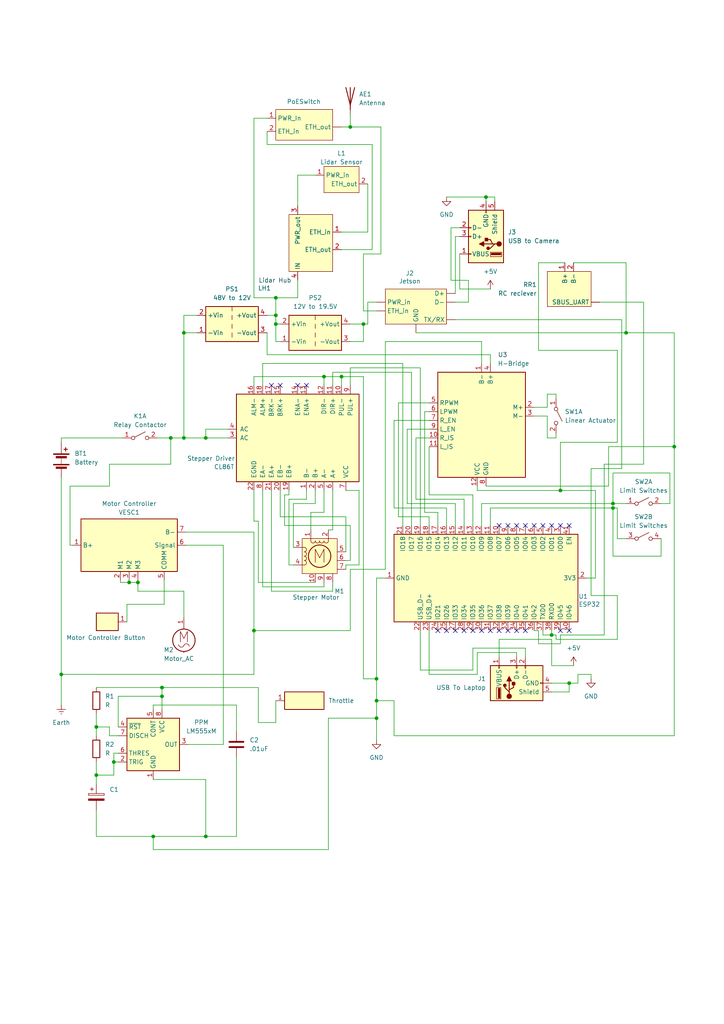
<source format=kicad_sch>
(kicad_sch (version 20250114) (generator "eeschema") (generator_version "9.0")
  (paper "A4" portrait)
  (lib_symbols
    (symbol "Connector:USB_A" (pin_names (offset 1.016))
      (property "Reference" "J" (at -5.08 11.43 0))
      (property "Value" "USB_A" (at -5.08 8.89 0))
      (symbol "USB_A_0_1"
        (rectangle (start -5.08 -7.62) (end 5.08 7.62) (stroke (width 0.254)) (fill (type background)))
        (circle (center -3.81 2.159) (radius 0.635) (stroke (width 0.254)) (fill (type outline)))
        (polyline (pts (xy -3.175 2.159) (xy -2.54 2.159) (xy -1.27 3.429) (xy -0.635 3.429)) (stroke (width 0.254)))
        (polyline (pts (xy -2.54 2.159) (xy -1.905 2.159) (xy -1.27 0.889) (xy 0 0.889)) (stroke (width 0.254)))
        (rectangle (start -1.524 4.826) (end -4.318 5.334) (fill (type outline)))
        (rectangle (start -1.27 4.572) (end -4.572 5.842))
        (circle (center -0.635 3.429) (radius 0.381) (stroke (width 0.254)) (fill (type outline)))
        (rectangle (start -0.127 -7.62) (end 0.127 -6.858))
        (rectangle (start 0.254 1.27) (end -0.508 0.508) (stroke (width 0.254)) (fill (type outline)))
        (polyline (pts (xy 0.635 2.794) (xy 0.635 1.524) (xy 1.905 2.159) (xy 0.635 2.794)) (stroke (width 0.254)) (fill (type outline)))
        (rectangle (start 5.08 4.953) (end 4.318 5.207))
        (rectangle (start 5.08 -0.127) (end 4.318 0.127))
        (rectangle (start 5.08 -2.667) (end 4.318 -2.413))
      )
      (symbol "USB_A_1_1"
        (polyline (pts (xy -1.905 2.159) (xy 0.635 2.159)) (stroke (width 0.254)))
        (pin passive line (at -2.54 -10.16 90) (length 2.54) (name "Shield") (number "5"))
        (pin power_in line (at 0 -10.16 90) (length 2.54) (name "GND") (number "4"))
        (pin power_in line (at 7.62 5.08 180) (length 2.54) (name "VBUS") (number "1"))
        (pin bidirectional line (at 7.62 0 180) (length 2.54) (name "D+") (number "3"))
        (pin bidirectional line (at 7.62 -2.54 180) (length 2.54) (name "D-") (number "2"))
      )
    )
    (symbol "Converter_DCDC:MEE1S0303SC"
      (property "Reference" "PS" (at -7.62 6.35 0))
      (property "Value" "MEE1S0303SC" (at 1.27 6.35 0))
      (symbol "MEE1S0303SC_0_0"
        (pin power_in line (at -10.16 2.54 0) (length 2.54) (name "+Vin") (number "2"))
        (pin power_in line (at -10.16 -2.54 0) (length 2.54) (name "-Vin") (number "1"))
        (pin power_out line (at 10.16 2.54 180) (length 2.54) (name "+Vout") (number "4"))
        (pin power_out line (at 10.16 -2.54 180) (length 2.54) (name "-Vout") (number "3"))
      )
      (symbol "MEE1S0303SC_0_1"
        (rectangle (start -7.62 5.08) (end 7.62 -5.08) (stroke (width 0.254)) (fill (type background)))
        (polyline (pts (xy 0 5.08) (xy 0 3.81)))
        (polyline (pts (xy 0 2.54) (xy 0 1.27)))
        (polyline (pts (xy 0 0) (xy 0 -1.27)))
        (polyline (pts (xy 0 -2.54) (xy 0 -3.81)))
      )
    )
    (symbol "Device:Antenna" (pin_numbers (hide yes)) (pin_names (offset 1.016) (hide yes))
      (property "Reference" "AE" (at -1.905 1.905 0))
      (property "Value" "Antenna" (at -1.905 0 0))
      (symbol "Antenna_0_1"
        (polyline (pts (xy 0 2.54) (xy 0 -3.81)) (stroke (width 0.254)))
        (polyline (pts (xy 1.27 2.54) (xy 0 -2.54) (xy -1.27 2.54)) (stroke (width 0.254)))
      )
      (symbol "Antenna_1_1"
        (pin input line (at 0 -5.08 90) (length 2.54) (name "A") (number "1"))
      )
    )
    (symbol "Device:Battery" (pin_numbers (hide yes)) (pin_names (offset 0) (hide yes))
      (property "Reference" "BT" (at 2.54 2.54 0))
      (property "Value" "Battery" (at 2.54 0 0))
      (symbol "Battery_0_1"
        (rectangle (start -2.286 1.778) (end 2.286 1.524) (fill (type outline)))
        (rectangle (start -2.286 -1.27) (end 2.286 -1.524) (fill (type outline)))
        (rectangle (start -1.524 1.016) (end 1.524 0.508) (fill (type outline)))
        (rectangle (start -1.524 -2.032) (end 1.524 -2.54) (fill (type outline)))
        (polyline (pts (xy 0 1.778) (xy 0 2.54)))
        (polyline (pts (xy 0 0) (xy 0 0.254)))
        (polyline (pts (xy 0 -0.508) (xy 0 -0.254)))
        (polyline (pts (xy 0 -1.016) (xy 0 -0.762)))
        (polyline (pts (xy 0.762 3.048) (xy 1.778 3.048)) (stroke (width 0.254)))
        (polyline (pts (xy 1.27 3.556) (xy 1.27 2.54)) (stroke (width 0.254)))
      )
      (symbol "Battery_1_1"
        (pin passive line (at 0 5.08 270) (length 2.54) (name "+") (number "1"))
        (pin passive line (at 0 -5.08 90) (length 2.54) (name "-") (number "2"))
      )
    )
    (symbol "Device:C" (pin_numbers (hide yes)) (pin_names (offset 0.254))
      (property "Reference" "C" (at 0.635 2.54 0))
      (property "Value" "C" (at 0.635 -2.54 0))
      (symbol "C_0_1"
        (polyline (pts (xy -2.032 0.762) (xy 2.032 0.762)) (stroke (width 0.508)))
        (polyline (pts (xy -2.032 -0.762) (xy 2.032 -0.762)) (stroke (width 0.508)))
      )
      (symbol "C_1_1"
        (pin passive line (at 0 3.81 270) (length 2.794) (name "~") (number "1"))
        (pin passive line (at 0 -3.81 90) (length 2.794) (name "~") (number "2"))
      )
    )
    (symbol "Device:C_Polarized" (pin_numbers (hide yes)) (pin_names (offset 0.254))
      (property "Reference" "C" (at 0.635 2.54 0))
      (property "Value" "C_Polarized" (at 0.635 -2.54 0))
      (symbol "C_Polarized_0_1"
        (rectangle (start -2.286 0.508) (end 2.286 1.016))
        (polyline (pts (xy -1.778 2.286) (xy -0.762 2.286)))
        (polyline (pts (xy -1.27 2.794) (xy -1.27 1.778)))
        (rectangle (start 2.286 -0.508) (end -2.286 -1.016) (fill (type outline)))
      )
      (symbol "C_Polarized_1_1"
        (pin passive line (at 0 3.81 270) (length 2.794) (name "~") (number "1"))
        (pin passive line (at 0 -3.81 90) (length 2.794) (name "~") (number "2"))
      )
    )
    (symbol "Device:R" (pin_numbers (hide yes)) (pin_names (offset 0))
      (property "Reference" "R" (at 2.032 0 90))
      (property "Value" "R" (at 0 0 90))
      (symbol "R_0_1"
        (rectangle (start -1.016 -2.54) (end 1.016 2.54) (stroke (width 0.254)))
      )
      (symbol "R_1_1"
        (pin passive line (at 0 3.81 270) (length 1.27) (name "~") (number "1"))
        (pin passive line (at 0 -3.81 90) (length 1.27) (name "~") (number "2"))
      )
    )
    (symbol "Driver_Motor:L298HN"
      (property "Value" "H-Bridge" (at 4.6833 17.78 0))
      (symbol "L298HN_0_1"
        (rectangle (start -12.7 15.24) (end 12.7 -15.24) (stroke (width 0.254)) (fill (type background)))
      )
      (symbol "L298HN_1_1"
        (text "U3" (at 6.096 20.32 0) (effects (font (size 1.27 1.27))))
        (pin input line (at -15.24 6.35 0) (length 2.54) (name "RPWM") (number "5"))
        (pin input line (at -15.24 3.81 0) (length 2.54) (name "LPWM") (number "6"))
        (pin input line (at -15.24 1.27 0) (length 2.54) (name "R_EN") (number "7"))
        (pin input line (at -15.24 -1.27 0) (length 2.54) (name "L_EN") (number "9"))
        (pin input line (at -15.24 -3.81 0) (length 2.54) (name "R_IS") (number "10"))
        (pin input line (at -15.24 -6.35 0) (length 2.54) (name "L_IS") (number "11"))
        (pin input line (at -1.27 -17.78 90) (length 2.54) (name "VCC") (number "12"))
        (pin power_in line (at 0 17.78 270) (length 2.54) (name "B-") (number "1"))
        (pin power_in line (at 1.27 -17.78 90) (length 2.54) (name "GND") (number "8"))
        (pin power_in line (at 2.54 17.78 270) (length 2.54) (name "B+") (number "4"))
        (pin output line (at 15.24 5.08 180) (length 2.54) (name "M+") (number "2"))
        (pin output line (at 15.24 2.54 180) (length 2.54) (name "M-") (number "3"))
      )
    )
    (symbol "Driver_Motor:STK672-040-E" (pin_names (offset 1.016))
      (property "Reference" "CL86T" (at 8.382 -21.336 90))
      (property "Value" "Stepper Driver" (at 5.9534 -25.146 90))
      (symbol "STK672-040-E_0_1"
        (rectangle (start -12.7 17.78) (end 12.7 -17.78) (stroke (width 0.254)) (fill (type background)))
      )
      (symbol "STK672-040-E_1_1"
        (pin input line (at -15.24 15.24 0) (length 2.54) (name "PUL+") (number "9"))
        (pin input line (at -15.24 12.7 0) (length 2.54) (name "PUL-") (number "10"))
        (pin input line (at -15.24 10.16 0) (length 2.54) (name "DIR+") (number "11"))
        (pin input line (at -15.24 7.62 0) (length 2.54) (name "DIR-") (number "12"))
        (pin input line (at -15.24 2.54 0) (length 2.54) (name "ENA+") (number "13"))
        (pin input line (at -15.24 0 0) (length 2.54) (name "ENA-") (number "14"))
        (pin output line (at -15.24 -5.08 0) (length 2.54) (name "BRK+") (number "15"))
        (pin output line (at -15.24 -7.62 0) (length 2.54) (name "BRK-") (number "17"))
        (pin output line (at -15.24 -10.16 0) (length 2.54) (name "ALM+") (number "18"))
        (pin output line (at -15.24 -12.7 0) (length 2.54) (name "ALM-") (number "16"))
        (pin power_in line (at -2.54 -20.32 90) (length 2.54) (name "AC") (number "4"))
        (pin power_in line (at 0 -20.32 90) (length 2.54) (name "AC") (number "3"))
        (pin power_in line (at 15.24 13.97 180) (length 2.54) (name "VCC") (number "7"))
        (pin output line (at 15.24 10.16 180) (length 2.54) (name "A+") (number "6"))
        (pin output line (at 15.24 7.62 180) (length 2.54) (name "A-") (number "5"))
        (pin output line (at 15.24 5.08 180) (length 2.54) (name "B+") (number "2"))
        (pin output line (at 15.24 2.54 180) (length 2.54) (name "B-") (number "1"))
        (pin output line (at 15.24 -2.54 180) (length 2.54) (name "EB+") (number "19"))
        (pin output line (at 15.24 -5.08 180) (length 2.54) (name "EB-") (number "20"))
        (pin output line (at 15.24 -7.62 180) (length 2.54) (name "EA+") (number "21"))
        (pin input line (at 15.24 -10.16 180) (length 2.54) (name "EA-") (number "8"))
        (pin power_out line (at 15.24 -12.7 180) (length 2.54) (name "EGND") (number "22"))
      )
    )
    (symbol "IEEE:Jetson"
      (property "Reference" "J2" (at 2.032 5.842 0))
      (property "Value" "Jetson" (at 2.032 3.556 0))
      (symbol "Jetson_0_1"
        (rectangle (start -5.08 1.27) (end 12.7 -8.89) (fill (type color) (color 255 255 194 1)))
      )
      (symbol "Jetson_1_1"
        (pin input line (at -7.62 -2.54 0) (length 2.54) (name "PWR_in") (number ""))
        (pin input line (at -7.62 -5.08 0) (length 2.54) (name "ETH_in") (number ""))
        (pin input line (at 3.81 -11.43 90) (length 2.54) (name "GND") (number ""))
        (pin input line (at 15.24 0 180) (length 2.54) (name "D+") (number ""))
        (pin input line (at 15.24 -2.54 180) (length 2.54) (name "D-") (number ""))
        (pin input line (at 15.24 -7.62 180) (length 2.54) (name "TX/RX") (number ""))
      )
    )
    (symbol "IEEE:Lidar_Sensor"
      (property "Reference" "L1" (at 1.27 7.62 0))
      (property "Value" "Lidar Sensor" (at 1.27 5.08 0))
      (symbol "Lidar_Sensor_1_1"
        (rectangle (start -3.81 3.81) (end 6.35 -3.81) (fill (type color) (color 255 255 194 1)))
        (pin input line (at -6.35 1.27 0) (length 2.54) (name "PWR_in") (number "1"))
        (pin input line (at 8.89 -1.27 180) (length 2.54) (name "ETH_out") (number "2"))
      )
    )
    (symbol "IEEE:Lidar_hub"
      (property "Reference" "LH1" (at -13.462 12.446 0))
      (symbol "Lidar_hub_0_1"
        (rectangle (start -6.35 7.62) (end 6.35 -8.89) (fill (type color) (color 255 255 194 1)))
      )
      (symbol "Lidar_hub_1_1"
        (text "Lidar Hub\n" (at -10.414 10.16 0) (effects (font (size 1.27 1.27))))
        (pin input line (at -3.81 10.16 270) (length 2.54) (name "IN") (number "4"))
        (pin output line (at -3.81 -11.43 90) (length 2.54) (name "PWR_out") (number "3"))
        (pin input line (at 8.89 1.27 180) (length 2.54) (name "ETH_out") (number "2"))
        (pin input line (at 8.89 -3.81 180) (length 2.54) (name "ETH_in") (number "1"))
      )
    )
    (symbol "IEEE:PoE_Switch"
      (property "Reference" "PoES" (at 0 0 0))
      (symbol "PoE_Switch_0_1"
        (rectangle (start -3.81 -2.54) (end 12.7 -11.43) (fill (type color) (color 255 255 194 1)))
      )
      (symbol "PoE_Switch_1_1"
        (pin output line (at -6.35 -5.08 0) (length 2.54) (name "PWR_In") (number "1"))
        (pin input line (at -6.35 -8.89 0) (length 2.54) (name "ETH_in") (number "2"))
        (pin input line (at 15.24 -7.62 180) (length 2.54) (name "ETH_out") (number ""))
      )
    )
    (symbol "IEEE:RC_Reciever"
      (property "Reference" "RR1" (at 11.43 -6.3499 0))
      (property "Value" "~" (at 11.43 -8.8899 0))
      (symbol "RC_Reciever_0_1"
        (rectangle (start -2.54 -2.54) (end 10.16 -12.7) (fill (type color) (color 255 255 194 1)))
      )
      (symbol "RC_Reciever_1_1"
        (pin input line (at 2.54 0 270) (length 2.54) (name "B+") (number "1"))
        (pin input line (at 5.08 0 270) (length 2.54) (name "B-") (number "2"))
        (pin input line (at 12.7 -11.43 180) (length 2.54) (name "SBUS_UART") (number ""))
      )
    )
    (symbol "IEEE:VESC_MC"
      (property "Reference" "VESC" (at -4.445 -3.81 0))
      (property "Value" "Motor Controller" (at -4.445 -6.35 0))
      (symbol "VESC_MC_0_1"
        (rectangle (start 9.525 13.335) (end -18.415 -1.905) (stroke (width 0.254)) (fill (type background)))
      )
      (symbol "VESC_MC_1_1"
        (pin bidirectional line (at -20.955 5.715 0) (length 2.54) (name "B+") (number "1"))
        (pin bidirectional line (at -6.985 15.875 270) (length 2.54) (name "M1") (number "2"))
        (pin bidirectional line (at -4.445 15.875 270) (length 2.54) (name "M2") (number "3"))
        (pin bidirectional line (at -1.905 15.875 270) (length 2.54) (name "M3") (number "4"))
        (pin bidirectional line (at 5.715 15.875 270) (length 2.54) (name "COMM") (number "5"))
        (pin bidirectional line (at 12.065 5.715 180) (length 2.54) (name "Signal") (number "6"))
        (pin bidirectional line (at 12.065 1.905 180) (length 2.54) (name "B-") (number "7"))
      )
    )
    (symbol "ITX0524SA_2"
      (property "Value" "Throttle" (at -1.905 3.81 0))
      (symbol "ITX0524SA_2_0_0"
        (pin no_connect line (at 7.62 0 180) (length 2.54) (hide yes) (name "NC") (number "8"))
      )
      (symbol "ITX0524SA_2_0_1"
        (rectangle (start -7.62 1.27) (end 3.81 -3.81) (stroke (width 0.254)) (fill (type background)))
      )
      (symbol "ITX0524SA_2_1_0"
        (pin power_in line (at -10.16 -1.27 0) (length 2.54) (name "") (number "1"))
      )
    )
    (symbol "ITX0524SA_3"
      (property "Value" "Motor Controller Button" (at -0.254 -1.27 0))
      (symbol "ITX0524SA_3_0_0"
        (pin no_connect line (at 7.62 0 180) (length 2.54) (hide yes) (name "NC") (number "8"))
      )
      (symbol "ITX0524SA_3_0_1"
        (rectangle (start -7.62 1.27) (end -1.27 -3.81) (stroke (width 0.254)) (fill (type background)))
      )
      (symbol "ITX0524SA_3_1_0"
        (pin power_in line (at -10.16 -1.27 0) (length 2.54) (name "") (number "1"))
      )
    )
    (symbol "Motor:Motor_AC" (pin_names (offset 0))
      (property "Reference" "M2" (at -13.462 0 0))
      (property "Value" "Motor_AC" (at -13.462 -2.54 0))
      (symbol "Motor_AC_0_0"
        (polyline (pts (xy -1.016 -2.032) (xy -1.016 1.016) (xy 0 -1.016) (xy 1.016 1.016) (xy 1.016 -2.032)))
        (arc (start 0 -3.048) (mid -0.8622 -3.5222) (end -1.524 -2.794))
        (arc (start 0 -3.048) (mid 0.8657 -2.5527) (end 1.524 -3.302))
      )
      (symbol "Motor_AC_0_1"
        (polyline (pts (xy 0 2.032) (xy 0 2.54)))
        (polyline (pts (xy 0 1.7272) (xy 0 2.0828)))
        (circle (center 0 -1.524) (radius 3.2512) (stroke (width 0.254)))
        (polyline (pts (xy 0 -4.7752) (xy 0 -5.1816)))
      )
      (symbol "Motor_AC_1_1"
        (pin passive line (at 0 5.08 270) (length 2.54) (name "~") (number "1"))
      )
    )
    (symbol "Motor:Stepper_Motor_bipolar" (pin_names (offset 0) (hide yes))
      (property "Reference" "M1" (at 5.334 -6.35 0))
      (property "Value" "Stepper Motor" (at 5.334 -8.89 0))
      (symbol "Stepper_Motor_bipolar_0_0"
        (polyline (pts (xy -1.27 -1.778) (xy -1.27 2.032) (xy 0 -0.508) (xy 1.27 2.032) (xy 1.27 -1.778)))
      )
      (symbol "Stepper_Motor_bipolar_0_1"
        (rectangle (start -5.08 5.08) (end 5.08 -5.08) (fill (type color) (color 255 255 194 1)))
        (polyline (pts (xy -5.08 2.54) (xy -4.445 2.54)))
        (polyline (pts (xy -5.08 -2.54) (xy -4.445 -2.54)))
        (arc (start -4.445 2.54) (mid -3.8127 1.905) (end -4.445 1.27))
        (arc (start -4.445 1.27) (mid -3.8127 0.635) (end -4.445 0))
        (arc (start -4.445 0) (mid -3.8127 -0.635) (end -4.445 -1.27))
        (arc (start -4.445 -1.27) (mid -3.8127 -1.905) (end -4.445 -2.54))
        (polyline (pts (xy -2.54 5.08) (xy -2.54 4.445)))
        (arc (start -1.27 4.445) (mid -1.905 3.8127) (end -2.54 4.445))
        (arc (start 0 4.445) (mid -0.635 3.8127) (end -1.27 4.445))
        (circle (center 0 0) (radius 3.2512) (stroke (width 0.254)))
        (arc (start 1.27 4.445) (mid 0.635 3.8127) (end 0 4.445))
        (arc (start 2.54 4.445) (mid 1.905 3.8127) (end 1.27 4.445))
        (polyline (pts (xy 2.54 5.08) (xy 2.54 4.445)))
      )
      (symbol "Stepper_Motor_bipolar_1_1"
        (pin passive line (at -7.62 2.54 0) (length 2.54) (name "~") (number "3"))
        (pin passive line (at -7.62 -2.54 0) (length 2.54) (name "~") (number "4"))
        (pin passive line (at -2.54 7.62 270) (length 2.54) (name "~") (number "1"))
        (pin output line (at -1.27 -7.62 90) (length 2.54) (name "") (number "10"))
        (pin output line (at 1.27 -7.62 90) (length 2.54) (name "") (number "9"))
        (pin passive line (at 2.54 7.62 270) (length 2.54) (name "-") (number "2"))
        (pin output line (at 3.81 -7.62 90) (length 2.54) (name "") (number "8"))
        (pin output line (at 7.62 1.27 180) (length 2.54) (name "") (number "5"))
        (pin output line (at 7.62 -1.27 180) (length 2.54) (name "") (number "6"))
        (pin output line (at 7.62 -3.81 180) (length 2.54) (name "") (number "7"))
      )
    )
    (symbol "RF_Module:ESP32-S2-WROVER"
      (property "Reference" "U" (at -12.7 29.21 0))
      (property "Value" "ESP32-S2-WROVER" (at 2.54 29.21 0))
      (symbol "ESP32-S2-WROVER_0_1"
        (rectangle (start -12.7 27.94) (end 12.7 -25.4) (stroke (width 0.254)) (fill (type background)))
      )
      (symbol "ESP32-S2-WROVER_1_1"
        (pin input line (at -15.24 25.4 0) (length 2.54) (name "EN") (number "41"))
        (pin bidirectional line (at -15.24 22.86 0) (length 2.54) (name "IO00") (number "3"))
        (pin bidirectional line (at -15.24 20.32 0) (length 2.54) (name "IO01") (number "4"))
        (pin bidirectional line (at -15.24 17.78 0) (length 2.54) (name "IO02") (number "5"))
        (pin bidirectional line (at -15.24 15.24 0) (length 2.54) (name "IO03") (number "6"))
        (pin bidirectional line (at -15.24 12.7 0) (length 2.54) (name "IO04") (number "7"))
        (pin bidirectional line (at -15.24 10.16 0) (length 2.54) (name "IO05") (number "8"))
        (pin bidirectional line (at -15.24 7.62 0) (length 2.54) (name "IO06") (number "9"))
        (pin bidirectional line (at -15.24 5.08 0) (length 2.54) (name "IO07") (number "10"))
        (pin bidirectional line (at -15.24 2.54 0) (length 2.54) (name "IO08") (number "11"))
        (pin bidirectional line (at -15.24 0 0) (length 2.54) (name "IO09") (number "12"))
        (pin bidirectional line (at -15.24 -2.54 0) (length 2.54) (name "IO10") (number "13"))
        (pin bidirectional line (at -15.24 -5.08 0) (length 2.54) (name "IO11") (number "14"))
        (pin bidirectional line (at -15.24 -7.62 0) (length 2.54) (name "IO12") (number "15"))
        (pin bidirectional line (at -15.24 -10.16 0) (length 2.54) (name "IO13") (number "16"))
        (pin bidirectional line (at -15.24 -12.7 0) (length 2.54) (name "IO14") (number "17"))
        (pin bidirectional line (at -15.24 -15.24 0) (length 2.54) (name "IO15") (number "18"))
        (pin bidirectional line (at -15.24 -17.78 0) (length 2.54) (name "IO16") (number "19"))
        (pin bidirectional line (at -15.24 -20.32 0) (length 2.54) (name "IO17") (number "20"))
        (pin bidirectional line (at -15.24 -22.86 0) (length 2.54) (name "IO18") (number "21"))
        (pin power_in line (at 0 30.48 270) (length 2.54) (name "3V3") (number "2"))
        (pin power_in line (at 0 -27.94 90) (length 2.54) (name "GND") (number "1"))
        (pin passive line (at 0 -27.94 90) (length 2.54) (hide yes) (name "GND") (number "26"))
        (pin passive line (at 0 -27.94 90) (length 2.54) (hide yes) (name "GND") (number "42"))
        (pin passive line (at 0 -27.94 90) (length 2.54) (hide yes) (name "GND") (number "43"))
        (pin input line (at 15.24 25.4 180) (length 2.54) (name "IO46") (number "40"))
        (pin bidirectional line (at 15.24 22.86 180) (length 2.54) (name "IO45") (number "39"))
        (pin bidirectional line (at 15.24 20.32 180) (length 2.54) (name "RXD0") (number "38"))
        (pin bidirectional line (at 15.24 17.78 180) (length 2.54) (name "TXD0") (number "37"))
        (pin bidirectional line (at 15.24 15.24 180) (length 2.54) (name "IO42") (number "36"))
        (pin bidirectional line (at 15.24 12.7 180) (length 2.54) (name "IO41") (number "35"))
        (pin bidirectional line (at 15.24 10.16 180) (length 2.54) (name "IO40") (number "34"))
        (pin bidirectional line (at 15.24 7.62 180) (length 2.54) (name "IO39") (number "33"))
        (pin bidirectional line (at 15.24 5.08 180) (length 2.54) (name "IO38") (number "32"))
        (pin bidirectional line (at 15.24 2.54 180) (length 2.54) (name "IO37") (number "31"))
        (pin bidirectional line (at 15.24 0 180) (length 2.54) (name "IO36") (number "30"))
        (pin bidirectional line (at 15.24 -2.54 180) (length 2.54) (name "IO35") (number "29"))
        (pin bidirectional line (at 15.24 -5.08 180) (length 2.54) (name "IO34") (number "28"))
        (pin bidirectional line (at 15.24 -7.62 180) (length 2.54) (name "IO33") (number "27"))
        (pin bidirectional line (at 15.24 -10.16 180) (length 2.54) (name "IO26") (number "25"))
        (pin bidirectional line (at 15.24 -12.7 180) (length 2.54) (name "IO21") (number "24"))
        (pin bidirectional line (at 15.24 -15.24 180) (length 2.54) (name "USB_D+") (number "23"))
        (pin bidirectional line (at 15.24 -17.78 180) (length 2.54) (name "USB_D-") (number "22"))
      )
    )
    (symbol "Switch:SW_DPST_x2" (pin_names (offset 0) (hide yes))
      (property "Reference" "SW" (at 0 3.175 0))
      (property "Value" "SW_DPST_x2" (at 0 -2.54 0))
      (symbol "SW_DPST_x2_0_0"
        (circle (center -2.032 0) (radius 0.508))
        (polyline (pts (xy -1.524 0.254) (xy 1.524 1.778)))
        (circle (center 2.032 0) (radius 0.508))
      )
      (symbol "SW_DPST_x2_1_1"
        (pin passive line (at -5.08 0 0) (length 2.54) (name "A") (number "1"))
        (pin passive line (at 5.08 0 180) (length 2.54) (name "B") (number "2"))
      )
      (symbol "SW_DPST_x2_2_1"
        (pin passive line (at -5.08 0 0) (length 2.54) (name "A") (number "3"))
        (pin passive line (at 5.08 0 180) (length 2.54) (name "B") (number "4"))
      )
    )
    (symbol "Timer:LM555xM"
      (property "Reference" "U" (at -10.16 8.89 0))
      (property "Value" "LM555xM" (at 2.54 8.89 0))
      (symbol "LM555xM_0_0"
        (pin power_in line (at 0 -10.16 90) (length 2.54) (name "GND") (number "1"))
        (pin power_in line (at 2.54 10.16 270) (length 2.54) (name "VCC") (number "8"))
      )
      (symbol "LM555xM_0_1"
        (rectangle (start -7.62 7.62) (end 7.62 -7.62) (stroke (width 0.254)) (fill (type background)))
      )
      (symbol "LM555xM_1_1"
        (pin input line (at -10.16 5.08 0) (length 2.54) (name "~{RST}") (number "4"))
        (pin input line (at -10.16 2.54 0) (length 2.54) (name "DISCH") (number "7"))
        (pin input line (at -10.16 -2.54 0) (length 2.54) (name "THRES") (number "6"))
        (pin input line (at -10.16 -5.08 0) (length 2.54) (name "TRIG") (number "2"))
        (pin open_collector line (at 0 10.16 270) (length 2.54) (name "CONT") (number "5"))
        (pin output line (at 10.16 0 180) (length 2.54) (name "OUT") (number "3"))
      )
    )
    (symbol "power:+5V" (power) (pin_numbers (hide yes)) (pin_names (offset 0) (hide yes))
      (property "Value" "+5V" (at 0 3.556 0))
      (symbol "+5V_0_1"
        (polyline (pts (xy -0.762 1.27) (xy 0 2.54)))
        (polyline (pts (xy 0 2.54) (xy 0.762 1.27)))
        (polyline (pts (xy 0 0) (xy 0 2.54)))
      )
      (symbol "+5V_1_1"
        (pin power_in line (at 0 0 90) (length 0) (name "~") (number "1"))
      )
    )
    (symbol "power:Earth" (power) (pin_numbers (hide yes)) (pin_names (offset 0) (hide yes))
      (property "Value" "Earth" (at 0 -3.81 0))
      (symbol "Earth_0_1"
        (polyline (pts (xy -0.635 -1.905) (xy 0.635 -1.905)))
        (polyline (pts (xy -0.127 -2.54) (xy 0.127 -2.54)))
        (polyline (pts (xy 0 -1.27) (xy 0 0)))
        (polyline (pts (xy 1.27 -1.27) (xy -1.27 -1.27)))
      )
      (symbol "Earth_1_1"
        (pin power_in line (at 0 0 270) (length 0) (name "~") (number "1"))
      )
    )
    (symbol "power:GND" (power) (pin_numbers (hide yes)) (pin_names (offset 0) (hide yes))
      (property "Value" "GND" (at 0 -3.81 0))
      (symbol "GND_0_1"
        (polyline (pts (xy 0 0) (xy 0 -1.27) (xy 1.27 -1.27) (xy 0 -2.54) (xy -1.27 -1.27) (xy 0 -1.27)))
      )
      (symbol "GND_1_1"
        (pin power_in line (at 0 0 270) (length 0) (name "~") (number "1"))
      )
    )
  )
  (junction (at 59.69 127))
  (junction (at 181.61 96.52))
  (junction (at 33.02 220.98))
  (junction (at 53.34 96.52))
  (junction (at 93.98 109.22))
  (junction (at 99.06 109.22))
  (junction (at 27.94 224.79))
  (junction (at 27.94 210.82))
  (junction (at 40.005 168.91))
  (junction (at 46.99 199.39))
  (junction (at 177.8 147.32))
  (junction (at 44.45 242.57))
  (junction (at 105.41 93.98))
  (junction (at 195.58 129.54))
  (junction (at 162.56 142.24))
  (junction (at 37.465 168.91))
  (junction (at 46.99 201.93))
  (junction (at 109.22 196.85))
  (junction (at 109.22 208.28))
  (junction (at 73.66 182.88))
  (junction (at 49.53 127))
  (junction (at 109.22 203.2))
  (junction (at 177.8 146.05))
  (junction (at 59.69 242.57))
  (junction (at 80.01 91.44))
  (junction (at 53.34 127))
  (junction (at 101.6 36.83))
  (junction (at 80.01 93.98))
  (junction (at 80.01 86.36))
  (junction (at 160.02 184.15))
  (junction (at 17.78 195.58))
  (junction (at 165.1 198.12))
  (junction (at 140.97 57.15))
  (no_connect (at 137.16 182.88))
  (no_connect (at 165.1 182.88))
  (no_connect (at 144.78 152.4))
  (no_connect (at 78.74 111.76))
  (no_connect (at 139.7 182.88))
  (no_connect (at 132.08 182.88))
  (no_connect (at 152.4 182.88))
  (no_connect (at 149.86 182.88))
  (no_connect (at 162.56 182.88))
  (no_connect (at 162.56 152.4))
  (no_connect (at 144.78 182.88))
  (no_connect (at 147.32 182.88))
  (no_connect (at 81.28 111.76))
  (no_connect (at 88.9 111.76))
  (no_connect (at 147.32 152.4))
  (no_connect (at 149.86 152.4))
  (no_connect (at 152.4 152.4))
  (no_connect (at 160.02 152.4))
  (no_connect (at 142.24 182.88))
  (no_connect (at 129.54 182.88))
  (no_connect (at 127 182.88))
  (no_connect (at 134.62 182.88))
  (no_connect (at 86.36 111.76))
  (no_connect (at 157.48 152.4))
  (no_connect (at 165.1 152.4))
  (no_connect (at 154.94 152.4))
  (wire (pts (xy 104.14 142.24) (xy 104.14 163.83)))
  (wire (pts (xy 160.02 184.15) (xy 160.02 182.88)))
  (wire (pts (xy 77.47 41.91) (xy 77.47 38.1)))
  (wire (pts (xy 111.76 167.64) (xy 109.22 167.64)))
  (wire (pts (xy 186.69 134.62) (xy 175.26 134.62)))
  (wire (pts (xy 110.49 36.83) (xy 101.6 36.83)))
  (wire (pts (xy 17.78 127) (xy 35.56 127)))
  (wire (pts (xy 163.83 76.2) (xy 156.21 76.2)))
  (wire (pts (xy 195.58 129.54) (xy 195.58 213.36)))
  (wire (pts (xy 101.6 182.88) (xy 73.66 182.88)))
  (wire (pts (xy 162.56 186.69) (xy 156.21 186.69)))
  (wire (pts (xy 77.47 102.87) (xy 77.47 96.52)))
  (wire (pts (xy 36.83 175.26) (xy 47.625 175.26)))
  (wire (pts (xy 138.43 189.23) (xy 149.86 189.23)))
  (wire (pts (xy 44.45 242.57) (xy 44.45 246.38)))
  (wire (pts (xy 74.93 199.39) (xy 46.99 199.39)))
  (wire (pts (xy 88.9 142.24) (xy 88.9 144.78)))
  (wire (pts (xy 175.26 134.62) (xy 175.26 184.15)))
  (wire (pts (xy 161.29 125.73) (xy 161.29 127)))
  (wire (pts (xy 161.29 184.15) (xy 160.02 184.15)))
  (wire (pts (xy 33.02 224.79) (xy 27.94 224.79)))
  (wire (pts (xy 33.02 220.98) (xy 33.02 224.79)))
  (wire (pts (xy 132.08 87.63) (xy 135.89 87.63)))
  (wire (pts (xy 86.36 59.69) (xy 86.36 50.8)))
  (wire (pts (xy 93.98 142.24) (xy 93.98 148.59)))
  (wire (pts (xy 73.66 154.305) (xy 53.975 154.305)))
  (wire (pts (xy 100.33 142.24) (xy 104.14 142.24)))
  (wire (pts (xy 73.66 195.58) (xy 73.66 182.88)))
  (wire (pts (xy 167.64 198.12) (xy 165.1 198.12)))
  (wire (pts (xy 179.07 156.21) (xy 179.07 147.32)))
  (wire (pts (xy 109.22 203.2) (xy 114.3 203.2)))
  (wire (pts (xy 49.53 127) (xy 53.34 127)))
  (wire (pts (xy 80.01 209.55) (xy 74.93 209.55)))
  (wire (pts (xy 132.08 146.05) (xy 132.08 152.4)))
  (wire (pts (xy 114.3 213.36) (xy 114.3 203.2)))
  (wire (pts (xy 105.41 93.98) (xy 106.68 93.98)))
  (wire (pts (xy 111.76 165.1) (xy 101.6 165.1)))
  (wire (pts (xy 179.07 147.32) (xy 177.8 147.32)))
  (wire (pts (xy 181.61 96.52) (xy 195.58 96.52)))
  (wire (pts (xy 180.34 135.89) (xy 171.45 135.89)))
  (wire (pts (xy 133.35 68.58) (xy 132.08 68.58)))
  (wire (pts (xy 73.66 142.24) (xy 73.66 151.13)))
  (wire (pts (xy 45.72 127) (xy 49.53 127)))
  (wire (pts (xy 83.82 143.51) (xy 82.55 143.51)))
  (wire (pts (xy 181.61 76.2) (xy 181.61 96.52)))
  (wire (pts (xy 93.98 109.22) (xy 99.06 109.22)))
  (wire (pts (xy 100.33 163.83) (xy 100.33 165.1)))
  (wire (pts (xy 80.01 99.06) (xy 81.28 99.06)))
  (wire (pts (xy 177.8 146.05) (xy 181.61 146.05)))
  (wire (pts (xy 73.66 195.58) (xy 17.78 195.58)))
  (wire (pts (xy 109.22 208.28) (xy 109.22 214.63)))
  (wire (pts (xy 172.72 167.64) (xy 170.18 167.64)))
  (wire (pts (xy 73.66 86.36) (xy 73.66 34.29)))
  (wire (pts (xy 137.16 194.31) (xy 137.16 187.96)))
  (wire (pts (xy 129.54 147.32) (xy 129.54 152.4)))
  (wire (pts (xy 76.2 142.24) (xy 76.2 170.18)))
  (wire (pts (xy 88.9 144.78) (xy 83.82 144.78)))
  (wire (pts (xy 140.97 140.97) (xy 176.53 140.97)))
  (wire (pts (xy 171.45 135.89) (xy 171.45 172.72)))
  (wire (pts (xy 133.35 83.82) (xy 142.24 83.82)))
  (wire (pts (xy 123.19 148.59) (xy 127 148.59)))
  (wire (pts (xy 115.57 116.84) (xy 115.57 149.86)))
  (wire (pts (xy 124.46 129.54) (xy 124.46 143.51)))
  (wire (pts (xy 191.77 146.05) (xy 194.31 146.05)))
  (wire (pts (xy 80.01 93.98) (xy 81.28 93.98)))
  (wire (pts (xy 120.65 144.78) (xy 134.62 144.78)))
  (wire (pts (xy 74.93 209.55) (xy 74.93 199.39)))
  (wire (pts (xy 57.15 91.44) (xy 53.34 91.44)))
  (wire (pts (xy 109.22 90.17) (xy 105.41 90.17)))
  (wire (pts (xy 158.75 118.11) (xy 158.75 114.3)))
  (wire (pts (xy 73.66 182.88) (xy 73.66 154.305)))
  (wire (pts (xy 160.02 193.04) (xy 166.37 193.04)))
  (wire (pts (xy 34.925 168.91) (xy 34.925 168.275)))
  (wire (pts (xy 124.46 119.38) (xy 123.19 119.38)))
  (wire (pts (xy 118.11 146.05) (xy 132.08 146.05)))
  (wire (pts (xy 73.66 109.22) (xy 93.98 109.22)))
  (wire (pts (xy 47.625 175.26) (xy 47.625 168.275)))
  (wire (pts (xy 40.005 171.45) (xy 40.005 168.91)))
  (wire (pts (xy 83.82 142.24) (xy 83.82 143.51)))
  (wire (pts (xy 121.92 152.4) (xy 121.92 106.68)))
  (wire (pts (xy 121.92 182.88) (xy 121.92 194.31)))
  (wire (pts (xy 27.94 242.57) (xy 27.94 234.95)))
  (wire (pts (xy 86.36 86.36) (xy 80.01 86.36)))
  (wire (pts (xy 31.75 213.36) (xy 31.75 210.82)))
  (wire (pts (xy 142.24 147.32) (xy 142.24 152.4)))
  (wire (pts (xy 99.06 109.22) (xy 105.41 109.22)))
  (wire (pts (xy 135.89 81.28) (xy 130.81 81.28)))
  (wire (pts (xy 158.75 127) (xy 158.75 120.65)))
  (wire (pts (xy 105.41 73.66) (xy 110.49 73.66)))
  (wire (pts (xy 171.45 195.58) (xy 171.45 196.85)))
  (wire (pts (xy 20.32 140.97) (xy 20.32 158.115)))
  (wire (pts (xy 93.98 109.22) (xy 93.98 111.76)))
  (wire (pts (xy 179.07 101.6) (xy 179.07 128.27)))
  (wire (pts (xy 173.99 87.63) (xy 186.69 87.63)))
  (wire (pts (xy 86.36 81.28) (xy 86.36 86.36)))
  (wire (pts (xy 176.53 140.97) (xy 176.53 129.54)))
  (wire (pts (xy 31.75 210.82) (xy 27.94 210.82)))
  (wire (pts (xy 116.84 105.41) (xy 76.2 105.41)))
  (wire (pts (xy 124.46 195.58) (xy 138.43 195.58)))
  (wire (pts (xy 93.98 168.91) (xy 93.98 170.18)))
  (wire (pts (xy 101.6 36.83) (xy 101.6 33.02)))
  (wire (pts (xy 27.94 220.98) (xy 27.94 224.79)))
  (wire (pts (xy 161.29 185.42) (xy 161.29 184.15)))
  (wire (pts (xy 91.44 146.05) (xy 85.09 146.05)))
  (wire (pts (xy 33.02 218.44) (xy 34.29 218.44)))
  (wire (pts (xy 195.58 96.52) (xy 195.58 129.54)))
  (wire (pts (xy 80.01 91.44) (xy 80.01 93.98)))
  (wire (pts (xy 120.65 127) (xy 120.65 144.78)))
  (wire (pts (xy 162.56 142.24) (xy 172.72 142.24)))
  (wire (pts (xy 137.16 143.51) (xy 137.16 152.4)))
  (wire (pts (xy 138.43 140.97) (xy 138.43 142.24)))
  (wire (pts (xy 132.08 68.58) (xy 132.08 85.09)))
  (wire (pts (xy 139.7 105.41) (xy 139.7 99.06)))
  (wire (pts (xy 127 148.59) (xy 127 152.4)))
  (wire (pts (xy 27.94 224.79) (xy 27.94 227.33)))
  (wire (pts (xy 144.78 185.42) (xy 160.02 185.42)))
  (wire (pts (xy 40.005 168.91) (xy 40.005 168.275)))
  (wire (pts (xy 118.11 124.46) (xy 118.11 146.05)))
  (wire (pts (xy 154.94 120.65) (xy 158.75 120.65)))
  (wire (pts (xy 114.3 147.32) (xy 129.54 147.32)))
  (wire (pts (xy 96.52 171.45) (xy 96.52 168.91)))
  (wire (pts (xy 191.77 156.21) (xy 191.77 161.29)))
  (wire (pts (xy 116.84 152.4) (xy 116.84 105.41)))
  (wire (pts (xy 53.34 127) (xy 59.69 127)))
  (wire (pts (xy 139.7 152.4) (xy 139.7 146.05)))
  (wire (pts (xy 96.52 153.67) (xy 95.25 153.67)))
  (wire (pts (xy 133.35 66.04) (xy 130.81 66.04)))
  (wire (pts (xy 83.82 144.78) (xy 83.82 163.83)))
  (wire (pts (xy 120.65 96.52) (xy 181.61 96.52)))
  (wire (pts (xy 124.46 116.84) (xy 115.57 116.84)))
  (wire (pts (xy 59.69 242.57) (xy 68.58 242.57)))
  (wire (pts (xy 17.78 195.58) (xy 17.78 204.47)))
  (wire (pts (xy 191.77 161.29) (xy 177.8 161.29)))
  (wire (pts (xy 36.83 175.26) (xy 36.83 180.34)))
  (wire (pts (xy 40.005 171.45) (xy 53.34 171.45)))
  (wire (pts (xy 93.98 148.59) (xy 90.17 148.59)))
  (wire (pts (xy 106.68 67.31) (xy 99.06 67.31)))
  (wire (pts (xy 44.45 226.06) (xy 59.69 226.06)))
  (wire (pts (xy 105.41 99.06) (xy 105.41 93.98)))
  (wire (pts (xy 138.43 195.58) (xy 138.43 189.23)))
  (wire (pts (xy 139.7 146.05) (xy 177.8 146.05)))
  (wire (pts (xy 165.1 198.12) (xy 160.02 198.12)))
  (wire (pts (xy 54.61 215.9) (xy 64.77 215.9)))
  (wire (pts (xy 111.76 99.06) (xy 111.76 165.1)))
  (wire (pts (xy 83.82 163.83) (xy 85.09 163.83)))
  (wire (pts (xy 101.6 93.98) (xy 105.41 93.98)))
  (wire (pts (xy 96.52 107.95) (xy 96.52 111.76)))
  (wire (pts (xy 53.34 96.52) (xy 53.34 127)))
  (wire (pts (xy 179.07 156.21) (xy 181.61 156.21)))
  (wire (pts (xy 74.93 151.13) (xy 74.93 168.91)))
  (wire (pts (xy 130.81 81.28) (xy 130.81 66.04)))
  (wire (pts (xy 95.25 208.28) (xy 109.22 208.28)))
  (wire (pts (xy 44.45 204.47) (xy 68.58 204.47)))
  (wire (pts (xy 17.78 138.43) (xy 17.78 195.58)))
  (wire (pts (xy 101.6 165.1) (xy 101.6 182.88)))
  (wire (pts (xy 44.45 242.57) (xy 27.94 242.57)))
  (wire (pts (xy 101.6 99.06) (xy 105.41 99.06)))
  (wire (pts (xy 33.02 220.98) (xy 33.02 218.44)))
  (wire (pts (xy 106.68 93.98) (xy 106.68 87.63)))
  (wire (pts (xy 27.94 199.39) (xy 46.99 199.39)))
  (wire (pts (xy 124.46 124.46) (xy 118.11 124.46)))
  (wire (pts (xy 152.4 187.96) (xy 152.4 190.5)))
  (wire (pts (xy 142.24 105.41) (xy 142.24 102.87)))
  (wire (pts (xy 123.19 119.38) (xy 123.19 148.59)))
  (wire (pts (xy 135.89 87.63) (xy 135.89 81.28)))
  (wire (pts (xy 186.69 87.63) (xy 186.69 134.62)))
  (wire (pts (xy 143.51 57.15) (xy 140.97 57.15)))
  (wire (pts (xy 109.22 203.2) (xy 109.22 208.28)))
  (wire (pts (xy 78.74 142.24) (xy 78.74 171.45)))
  (wire (pts (xy 68.58 219.71) (xy 68.58 242.57)))
  (wire (pts (xy 105.41 196.85) (xy 109.22 196.85)))
  (wire (pts (xy 154.94 118.11) (xy 158.75 118.11)))
  (wire (pts (xy 100.33 149.86) (xy 100.33 160.02)))
  (wire (pts (xy 132.08 92.71) (xy 180.34 92.71)))
  (wire (pts (xy 27.94 207.01) (xy 27.94 210.82)))
  (wire (pts (xy 157.48 182.88) (xy 157.48 184.15)))
  (wire (pts (xy 37.465 168.91) (xy 40.005 168.91)))
  (wire (pts (xy 80.01 99.06) (xy 80.01 93.98)))
  (wire (pts (xy 80.01 86.36) (xy 80.01 91.44)))
  (wire (pts (xy 76.2 105.41) (xy 76.2 111.76)))
  (wire (pts (xy 76.2 170.18) (xy 93.98 170.18)))
  (wire (pts (xy 20.32 140.97) (xy 31.75 140.97)))
  (wire (pts (xy 161.29 127) (xy 158.75 127)))
  (wire (pts (xy 37.465 168.91) (xy 34.925 168.91)))
  (wire (pts (xy 90.17 148.59) (xy 90.17 153.67)))
  (wire (pts (xy 59.69 226.06) (xy 59.69 242.57)))
  (wire (pts (xy 101.6 162.56) (xy 100.33 162.56)))
  (wire (pts (xy 107.95 72.39) (xy 107.95 41.91)))
  (wire (pts (xy 77.47 91.44) (xy 80.01 91.44)))
  (wire (pts (xy 137.16 187.96) (xy 152.4 187.96)))
  (wire (pts (xy 109.22 167.64) (xy 109.22 196.85)))
  (wire (pts (xy 177.8 147.32) (xy 142.24 147.32)))
  (wire (pts (xy 158.75 114.3) (xy 161.29 114.3)))
  (wire (pts (xy 46.99 201.93) (xy 46.99 205.74)))
  (wire (pts (xy 134.62 144.78) (xy 134.62 152.4)))
  (wire (pts (xy 80.01 86.36) (xy 73.66 86.36)))
  (wire (pts (xy 142.24 102.87) (xy 77.47 102.87)))
  (wire (pts (xy 156.21 76.2) (xy 156.21 101.6)))
  (wire (pts (xy 124.46 143.51) (xy 137.16 143.51)))
  (wire (pts (xy 46.99 199.39) (xy 46.99 201.93)))
  (wire (pts (xy 139.7 99.06) (xy 111.76 99.06)))
  (wire (pts (xy 124.46 182.88) (xy 124.46 195.58)))
  (wire (pts (xy 53.34 91.44) (xy 53.34 96.52)))
  (wire (pts (xy 162.56 184.15) (xy 162.56 186.69)))
  (wire (pts (xy 31.75 134.62) (xy 31.75 140.97)))
  (wire (pts (xy 68.58 204.47) (xy 68.58 212.09)))
  (wire (pts (xy 121.92 106.68) (xy 101.6 106.68)))
  (wire (pts (xy 59.69 124.46) (xy 59.69 127)))
  (wire (pts (xy 44.45 205.74) (xy 44.45 204.47)))
  (wire (pts (xy 177.8 161.29) (xy 177.8 147.32)))
  (wire (pts (xy 59.69 242.57) (xy 44.45 242.57)))
  (wire (pts (xy 140.97 58.42) (xy 140.97 57.15)))
  (wire (pts (xy 27.94 210.82) (xy 27.94 213.36)))
  (wire (pts (xy 104.14 163.83) (xy 100.33 163.83)))
  (wire (pts (xy 119.38 107.95) (xy 96.52 107.95)))
  (wire (pts (xy 160.02 185.42) (xy 160.02 193.04)))
  (wire (pts (xy 105.41 90.17) (xy 105.41 73.66)))
  (wire (pts (xy 124.46 127) (xy 120.65 127)))
  (wire (pts (xy 166.37 76.2) (xy 181.61 76.2)))
  (wire (pts (xy 82.55 152.4) (xy 101.6 152.4)))
  (wire (pts (xy 133.35 73.66) (xy 133.35 83.82)))
  (wire (pts (xy 167.64 195.58) (xy 167.64 198.12)))
  (wire (pts (xy 124.46 149.86) (xy 124.46 152.4)))
  (wire (pts (xy 179.07 185.42) (xy 161.29 185.42)))
  (wire (pts (xy 73.66 34.29) (xy 77.47 34.29)))
  (wire (pts (xy 124.46 121.92) (xy 114.3 121.92)))
  (wire (pts (xy 34.29 210.82) (xy 34.29 201.93)))
  (wire (pts (xy 119.38 152.4) (xy 119.38 107.95)))
  (wire (pts (xy 34.29 201.93) (xy 46.99 201.93)))
  (wire (pts (xy 143.51 58.42) (xy 143.51 57.15)))
  (wire (pts (xy 73.66 111.76) (xy 73.66 109.22)))
  (wire (pts (xy 129.54 57.15) (xy 140.97 57.15)))
  (wire (pts (xy 34.29 213.36) (xy 31.75 213.36)))
  (wire (pts (xy 161.29 114.3) (xy 161.29 115.57)))
  (wire (pts (xy 162.56 128.27) (xy 162.56 142.24)))
  (wire (pts (xy 138.43 142.24) (xy 162.56 142.24)))
  (wire (pts (xy 115.57 149.86) (xy 124.46 149.86)))
  (wire (pts (xy 156.21 101.6) (xy 179.07 101.6)))
  (wire (pts (xy 99.06 36.83) (xy 101.6 36.83)))
  (wire (pts (xy 144.78 190.5) (xy 144.78 185.42)))
  (wire (pts (xy 66.04 124.46) (xy 59.69 124.46)))
  (wire (pts (xy 49.53 127) (xy 49.53 134.62)))
  (wire (pts (xy 157.48 184.15) (xy 160.02 184.15)))
  (wire (pts (xy 81.28 142.24) (xy 81.28 149.86)))
  (wire (pts (xy 44.45 246.38) (xy 95.25 246.38)))
  (wire (pts (xy 162.56 184.15) (xy 175.26 184.15)))
  (wire (pts (xy 156.21 186.69) (xy 156.21 182.88)))
  (wire (pts (xy 101.6 106.68) (xy 101.6 111.76)))
  (wire (pts (xy 59.69 127) (xy 66.04 127)))
  (wire (pts (xy 194.31 137.16) (xy 177.8 137.16)))
  (wire (pts (xy 99.06 109.22) (xy 99.06 111.76)))
  (wire (pts (xy 176.53 129.54) (xy 195.58 129.54)))
  (wire (pts (xy 20.32 158.115) (xy 20.955 158.115)))
  (wire (pts (xy 80.01 209.55) (xy 80.01 203.2)))
  (wire (pts (xy 31.75 134.62) (xy 49.53 134.62)))
  (wire (pts (xy 180.34 92.71) (xy 180.34 135.89)))
  (wire (pts (xy 86.36 50.8) (xy 91.44 50.8)))
  (wire (pts (xy 34.29 220.98) (xy 33.02 220.98)))
  (wire (pts (xy 82.55 143.51) (xy 82.55 152.4)))
  (wire (pts (xy 194.31 146.05) (xy 194.31 137.16)))
  (wire (pts (xy 91.44 142.24) (xy 91.44 146.05)))
  (wire (pts (xy 110.49 73.66) (xy 110.49 36.83)))
  (wire (pts (xy 96.52 142.24) (xy 96.52 153.67)))
  (wire (pts (xy 156.21 182.88) (xy 154.94 182.88)))
  (wire (pts (xy 149.86 189.23) (xy 149.86 190.5)))
  (wire (pts (xy 160.02 200.66) (xy 165.1 200.66)))
  (wire (pts (xy 106.68 53.34) (xy 106.68 67.31)))
  (wire (pts (xy 85.09 146.05) (xy 85.09 158.75)))
  (wire (pts (xy 107.95 41.91) (xy 77.47 41.91)))
  (wire (pts (xy 177.8 137.16) (xy 177.8 146.05)))
  (wire (pts (xy 179.07 172.72) (xy 179.07 185.42)))
  (wire (pts (xy 106.68 87.63) (xy 109.22 87.63)))
  (wire (pts (xy 57.15 96.52) (xy 53.34 96.52)))
  (wire (pts (xy 105.41 109.22) (xy 105.41 196.85)))
  (wire (pts (xy 121.92 194.31) (xy 137.16 194.31)))
  (wire (pts (xy 64.77 158.115) (xy 64.77 215.9)))
  (wire (pts (xy 114.3 121.92) (xy 114.3 147.32)))
  (wire (pts (xy 95.25 246.38) (xy 95.25 208.28)))
  (wire (pts (xy 171.45 172.72) (xy 179.07 172.72)))
  (wire (pts (xy 78.74 171.45) (xy 96.52 171.45)))
  (wire (pts (xy 37.465 168.91) (xy 37.465 168.275)))
  (wire (pts (xy 195.58 213.36) (xy 114.3 213.36)))
  (wire (pts (xy 179.07 128.27) (xy 162.56 128.27)))
  (wire (pts (xy 109.22 196.85) (xy 109.22 203.2)))
  (wire (pts (xy 165.1 200.66) (xy 165.1 198.12)))
  (wire (pts (xy 74.93 168.91) (xy 91.44 168.91)))
  (wire (pts (xy 101.6 152.4) (xy 101.6 162.56)))
  (wire (pts (xy 53.34 179.07) (xy 53.34 171.45)))
  (wire (pts (xy 64.77 158.115) (xy 53.975 158.115)))
  (wire (pts (xy 17.78 127) (xy 17.78 128.27)))
  (wire (pts (xy 167.64 195.58) (xy 171.45 195.58)))
  (wire (pts (xy 73.66 151.13) (xy 74.93 151.13)))
  (wire (pts (xy 172.72 142.24) (xy 172.72 167.64)))
  (wire (pts (xy 99.06 72.39) (xy 107.95 72.39)))
  (wire (pts (xy 81.28 149.86) (xy 100.33 149.86)))
  (symbol (lib_id "IEEE:Jetson") (at 116.84 85.09 0) (unit 1)
    (property "Reference" "J2" (at 118.872 79.248 0))
    (property "Value" "Jetson" (at 118.872 81.534 0))
  )
  (symbol (lib_id "Device:Antenna") (at 101.6 27.94 0) (unit 1)
    (property "Reference" "AE1" (at 104.14 27.3049 0) (effects (justify left)))
    (property "Value" "Antenna" (at 104.14 29.8449 0) (effects (justify left)))
    (property "Description" "Antenna" (effects (hide yes)))
  )
  (symbol (lib_id "power:GND") (at 129.54 57.15 0) (unit 1)
    (property "Reference" "#PWR04" (effects (hide yes)))
    (property "Value" "GND" (at 129.54 62.23 0))
    (property "Description" "Power symbol creates a global label with name \"GND\" , ground" (effects (hide yes)))
  )
  (symbol (lib_id "IEEE:VESC_MC") (at 41.91 152.4 0) (mirror x) (unit 1)
    (property "Reference" "VESC1" (at 37.465 148.59 0))
    (property "Value" "Motor Controller" (at 37.465 146.05 0))
    (property "Footprint" "Package_SO:TSSOP-14_4.4x5mm_P0.65mm" (effects (hide yes)))
    (property "Datasheet" "http://ww1.microchip.com/downloads/en/DeviceDoc/20005565B.pdf" (effects (hide yes)))
    (property "Description" "USB to I2C/UART Protocol Converter with GPIO, TSSOP-14" (effects (hide yes)))
  )
  (symbol (lib_id "Switch:SW_DPST_x2") (at 161.29 120.65 270) (unit 1)
    (property "Reference" "SW1" (at 163.83 119.3799 90) (effects (justify left)))
    (property "Value" "Linear Actuator" (at 163.83 121.9199 90) (effects (justify left)))
    (property "Description" "Single Pole Single Throw (SPST) switch, separate symbol" (effects (hide yes)))
  )
  (symbol (lib_id "Motor:Stepper_Motor_bipolar") (at 92.71 161.29 0) (unit 1)
    (property "Reference" "M1" (at 97.028 171.45 0) (effects (justify left)))
    (property "Value" "Stepper Motor" (at 84.836 173.228 0) (effects (justify left)))
    (property "Datasheet" "http://www.infineon.com/dgdl/Application-Note-TLE8110EE_driving_UniPolarStepperMotor_V1.1.pdf?fileId=db3a30431be39b97011be5d0aa0a00b0" (effects (hide yes)))
    (property "Description" "4-wire bipolar stepper motor" (effects (hide yes)))
  )
  (symbol (lib_id "IEEE:RC_Reciever") (at 161.29 76.2 0) (unit 1)
    (property "Reference" "RR1" (at 155.702 82.55 0) (effects (justify right)))
    (property "Value" "RC reciever" (at 155.702 85.09 0) (effects (justify right)))
  )
  (symbol (lib_id "Switch:SW_DPST_x2") (at 186.69 146.05 0) (unit 1)
    (property "Reference" "SW2" (at 186.69 139.7 0))
    (property "Value" "Limit Switches" (at 186.69 142.24 0))
    (property "Description" "Single Pole Single Throw (SPST) switch, separate symbol" (effects (hide yes)))
  )
  (symbol (lib_id "Device:R") (at 27.94 203.2 0) (unit 1)
    (property "Reference" "R1" (at 30.48 201.9299 0) (effects (justify left)))
    (property "Value" "R" (at 30.48 204.4699 0) (effects (justify left)))
    (property "Description" "Resistor" (effects (hide yes)))
  )
  (symbol (lib_id "Converter_DCDC:MEE1S0303SC") (at 67.31 93.98 0) (unit 1)
    (property "Reference" "PS1" (at 67.31 83.82 0))
    (property "Value" "48V to 12V" (at 67.31 86.36 0))
    (property "Footprint" "Converter_DCDC:Converter_DCDC_Murata_MEE1SxxxxSC_THT" (effects (hide yes)))
    (property "Datasheet" "https://power.murata.com/pub/data/power/ncl/kdc_mee1.pdf" (effects (hide yes)))
    (property "Description" "1W, 1000 VDC isolated DC/DC converter, 3V3 input, 3V3 output, SIP" (effects (hide yes)))
  )
  (symbol (lib_id "power:GND") (at 109.22 214.63 0) (unit 1)
    (property "Reference" "#PWR03" (effects (hide yes)))
    (property "Value" "GND" (at 109.22 219.71 0))
    (property "Description" "Power symbol creates a global label with name \"GND\" , ground" (effects (hide yes)))
  )
  (symbol (lib_id "Connector:USB_A") (at 140.97 68.58 180) (unit 1)
    (property "Reference" "J3" (at 147.32 67.3099 0) (effects (justify right)))
    (property "Value" "USB to Camera" (at 147.32 69.8499 0) (effects (justify right)))
    (property "Description" "USB Type A connector" (effects (hide yes)))
  )
  (symbol (lib_id "power:Earth") (at 17.78 204.47 0) (unit 1)
    (property "Reference" "#PWR06" (effects (hide yes)))
    (property "Value" "Earth" (at 17.78 209.55 0))
    (property "Description" "Power symbol creates a global label with name \"Earth\"" (effects (hide yes)))
  )
  (symbol (lib_id "IEEE:Lidar_hub") (at 90.17 71.12 0) (mirror x) (unit 1)
    (property "Reference" "LH1" (at 76.708 83.566 0))
  )
  (symbol (lib_id "Driver_Motor:L298HN") (at 139.7 123.19 0) (unit 1)
    (property "Reference" "U3" (effects (hide yes)))
    (property "Value" "H-Bridge" (at 144.3833 105.41 0) (effects (justify left)))
    (property "Footprint" "Package_TO_SOT_THT:TO-220-15_P2.54x2.54mm_StaggerOdd_Lead5.84mm_TabDown" (effects (hide yes)))
    (property "Datasheet" "http://www.st.com/st-web-ui/static/active/en/resource/technical/document/datasheet/CD00000240.pdf" (effects (hide yes)))
    (property "Description" "Dual full bridge motor driver, up to 46V, 4A, Multiwatt15-H" (effects (hide yes)))
  )
  (symbol (lib_id "power:+5V") (at 166.37 193.04 0) (unit 1)
    (property "Reference" "#PWR01" (effects (hide yes)))
    (property "Value" "+5V" (at 166.37 187.96 0))
    (property "Description" "Power symbol creates a global label with name \"+5V\"" (effects (hide yes)))
  )
  (symbol (lib_name "ITX0524SA_2") (lib_id "Converter_DCDC:ITX0524SA") (at 90.17 201.93 0) (unit 1)
    (property "Reference" "PPM2" (effects (hide yes)))
    (property "Value" "Throttle" (at 95.25 203.1999 0) (effects (justify left)))
    (property "Footprint" "Converter_DCDC:Converter_DCDC_XP_POWER-ITXxxxxSA_THT" (effects (hide yes)))
    (property "Datasheet" "https://www.xppower.com/pdfs/SF_ITX.pdf" (effects (hide yes)))
    (property "Description" "XP Power 6W, 1000 VDC Isolated DC/DC Converter Module, Fully Regulated Single Output Voltage 24V, ±250mA, 5V Input Voltage, SIP" (effects (hide yes)))
  )
  (symbol (lib_id "Device:C_Polarized") (at 27.94 231.14 0) (unit 1)
    (property "Reference" "C1" (at 31.75 228.9809 0) (effects (justify left)))
    (property "Value" "C_Polarized" (effects (hide yes)))
    (property "Description" "Polarized capacitor" (effects (hide yes)))
  )
  (symbol (lib_id "power:GND") (at 171.45 196.85 0) (unit 1)
    (property "Reference" "#PWR02" (effects (hide yes)))
    (property "Value" "GND" (at 171.45 201.93 0))
    (property "Description" "Power symbol creates a global label with name \"GND\" , ground" (effects (hide yes)))
  )
  (symbol (lib_id "Switch:SW_DPST_x2") (at 40.64 127 0) (unit 1)
    (property "Reference" "K1" (at 40.64 120.65 0))
    (property "Value" "Relay Contactor" (at 40.64 123.19 0))
    (property "Description" "Single Pole Single Throw (SPST) switch, separate symbol" (effects (hide yes)))
  )
  (symbol (lib_id "Device:C") (at 68.58 215.9 0) (unit 1)
    (property "Reference" "C2" (at 72.39 214.6299 0) (effects (justify left)))
    (property "Value" ".01uF" (at 72.39 217.1699 0) (effects (justify left)))
    (property "Description" "Unpolarized capacitor" (effects (hide yes)))
  )
  (symbol (lib_id "Timer:LM555xM") (at 44.45 215.9 0) (unit 1)
    (property "Reference" "PPM" (at 58.42 209.4798 0))
    (property "Value" "LM555xM" (at 58.42 212.0198 0))
    (property "Footprint" "Package_SO:SOIC-8_3.9x4.9mm_P1.27mm" (effects (hide yes)))
    (property "Datasheet" "http://www.ti.com/lit/ds/symlink/lm555.pdf" (effects (hide yes)))
    (property "Description" "Timer, 555 compatible, SOIC-8" (effects (hide yes)))
  )
  (symbol (lib_id "Device:Battery") (at 17.78 133.35 0) (unit 1)
    (property "Reference" "BT1" (at 21.59 131.5084 0) (effects (justify left)))
    (property "Value" "Battery" (at 21.59 134.0484 0) (effects (justify left)))
    (property "Description" "Multiple-cell battery" (effects (hide yes)))
    (property "Sim.Device" "V" (effects (hide yes)))
    (property "Sim.Type" "DC" (effects (hide yes)))
    (property "Sim.Pins" "1=+ 2=-" (effects (hide yes)))
  )
  (symbol (lib_id "Driver_Motor:STK672-040-E") (at 86.36 127 270) (unit 1)
    (property "Reference" "CL86T" (at 65.024 135.382 90))
    (property "Value" "Stepper Driver" (at 61.214 132.9534 90))
    (property "Footprint" "Package_SIP:STK672-040-E" (effects (hide yes)))
    (property "Datasheet" "http://www.onsemi.com/pub_link/Collateral/EN5227-D.PDF" (effects (hide yes)))
    (property "Description" "Stepper motor driver with microstepping controller, 1.5A" (effects (hide yes)))
  )
  (symbol (lib_id "Connector:USB_A") (at 149.86 198.12 90) (unit 1)
    (property "Reference" "J1" (at 140.97 196.8499 90) (effects (justify left)))
    (property "Value" "USB To Laptop" (at 140.97 199.3899 90) (effects (justify left)))
    (property "Description" "USB Type A connector" (effects (hide yes)))
  )
  (symbol (lib_id "Converter_DCDC:MEE1S0303SC") (at 91.44 96.52 0) (unit 1)
    (property "Reference" "PS2" (at 91.44 86.36 0))
    (property "Value" "12V to 19.5V" (at 91.44 88.9 0))
    (property "Footprint" "Converter_DCDC:Converter_DCDC_Murata_MEE1SxxxxSC_THT" (effects (hide yes)))
    (property "Datasheet" "https://power.murata.com/pub/data/power/ncl/kdc_mee1.pdf" (effects (hide yes)))
    (property "Description" "1W, 1000 VDC isolated DC/DC converter, 3V3 input, 3V3 output, SIP" (effects (hide yes)))
  )
  (symbol (lib_id "Device:R") (at 27.94 217.17 0) (unit 1)
    (property "Reference" "R2" (at 30.48 215.8999 0) (effects (justify left)))
    (property "Value" "R" (at 30.48 218.4399 0) (effects (justify left)))
    (property "Description" "Resistor" (effects (hide yes)))
  )
  (symbol (lib_id "Switch:SW_DPST_x2") (at 186.69 156.21 0) (unit 2)
    (property "Reference" "SW2" (at 186.69 149.86 0))
    (property "Value" "Limit Switches" (at 186.69 152.4 0))
    (property "Description" "Single Pole Single Throw (SPST) switch, separate symbol" (effects (hide yes)))
  )
  (symbol (lib_name "ITX0524SA_3") (lib_id "Converter_DCDC:ITX0524SA") (at 26.67 181.61 180) (unit 1)
    (property "Reference" "RECT1" (effects (hide yes)))
    (property "Value" "Motor Controller Button" (at 30.734 184.912 0))
  )
  (symbol (lib_id "Motor:Motor_AC") (at 53.34 184.15 0) (unit 1)
    (property "Reference" "M2" (at 47.498 188.468 0) (effects (justify left)))
    (property "Value" "Motor_AC" (at 47.498 191.008 0) (effects (justify left)))
    (property "Description" "AC Motor" (effects (hide yes)))
  )
  (symbol (lib_id "power:+5V") (at 142.24 83.82 0) (unit 1)
    (property "Reference" "#PWR05" (effects (hide yes)))
    (property "Value" "+5V" (at 142.24 78.74 0))
    (property "Description" "Power symbol creates a global label with name \"+5V\"" (effects (hide yes)))
  )
  (symbol (lib_id "IEEE:PoE_Switch") (at 83.82 29.21 0) (unit 1)
    (property "Reference" "PoESwitch" (at 88.138 29.464 0))
  )
  (symbol (lib_id "IEEE:Lidar_Sensor") (at 97.79 52.07 0) (unit 1)
    (property "Reference" "L1" (at 99.06 44.45 0))
    (property "Value" "Lidar Sensor" (at 99.06 46.99 0))
  )
  (symbol (lib_id "RF_Module:ESP32-S2-WROVER") (at 139.7 167.64 270) (unit 1)
    (property "Reference" "U1" (at 169.164 172.974 90))
    (property "Value" "ESP32" (at 170.942 175.26 90))
    (property "Footprint" "RF_Module:ESP32-S2-WROVER" (effects (hide yes)))
    (property "Datasheet" "https://www.espressif.com/sites/default/files/documentation/esp32-s2-wroom_esp32-s2-wroom-i_datasheet_en.pdf" (effects (hide yes)))
    (property "Description" "RF Module, ESP32-D0WDQ6 SoC, Wi-Fi 802.11b/g/n, 32-bit, 2.7-3.6V, onboard antenna, SMD" (effects (hide yes)))
  )
)
</source>
